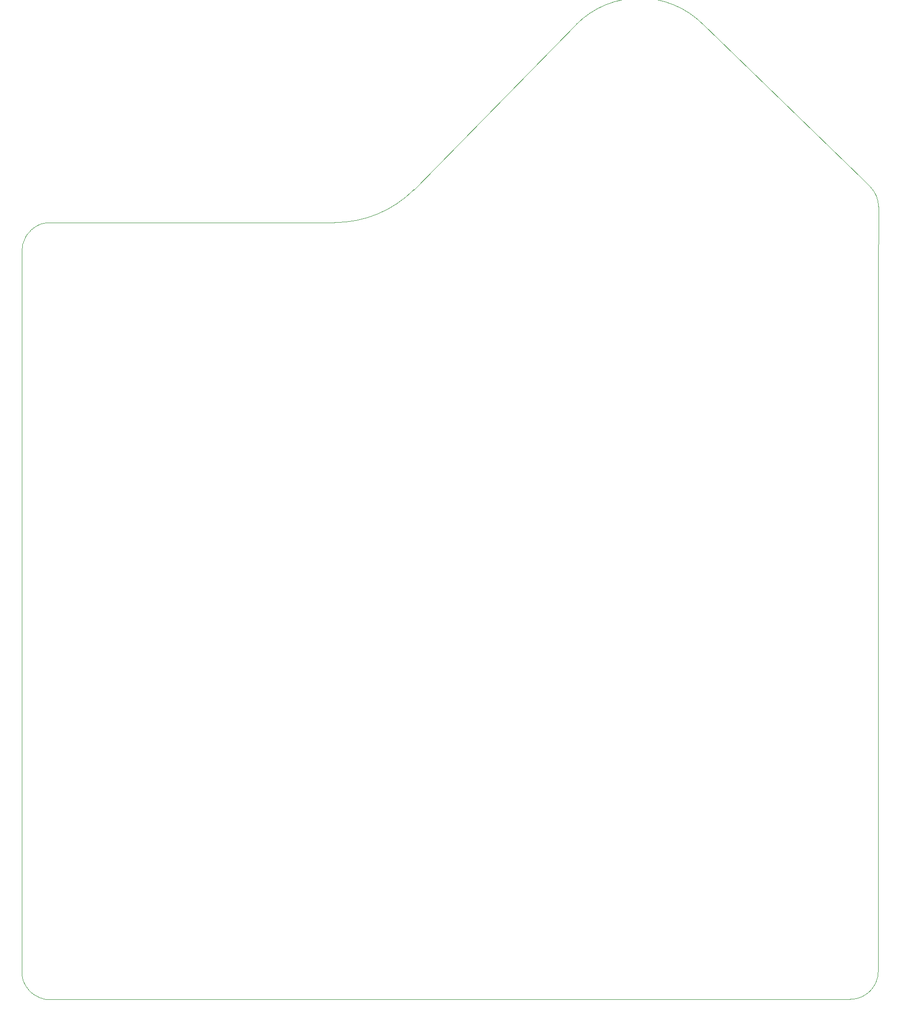
<source format=gm1>
G04 #@! TF.GenerationSoftware,KiCad,Pcbnew,7.0.9-1.fc39*
G04 #@! TF.CreationDate,2024-01-02T19:22:47+02:00*
G04 #@! TF.ProjectId,SplitHsideLeft3,53706c69-7448-4736-9964-654c65667433,rev?*
G04 #@! TF.SameCoordinates,Original*
G04 #@! TF.FileFunction,Profile,NP*
%FSLAX46Y46*%
G04 Gerber Fmt 4.6, Leading zero omitted, Abs format (unit mm)*
G04 Created by KiCad (PCBNEW 7.0.9-1.fc39) date 2024-01-02 19:22:47*
%MOMM*%
%LPD*%
G01*
G04 APERTURE LIST*
G04 #@! TA.AperFunction,Profile*
%ADD10C,0.100000*%
G04 #@! TD*
G04 #@! TA.AperFunction,Profile*
%ADD11C,0.050000*%
G04 #@! TD*
G04 APERTURE END LIST*
D10*
X71020748Y-192683088D02*
X71442281Y-192796038D01*
X71467281Y-54482702D02*
X71045748Y-54595652D01*
X68087812Y-190222063D02*
X68306014Y-190600000D01*
X67928380Y-57452193D02*
X67779121Y-57862279D01*
X69479728Y-191880884D02*
X69837209Y-192131195D01*
X67527356Y-188130411D02*
X67565391Y-188565154D01*
X68112812Y-57056677D02*
X67928380Y-57452193D01*
X67903380Y-189826547D02*
X68087812Y-190222063D01*
X220345000Y-56896000D02*
X220325000Y-59519742D01*
X67754121Y-189416461D02*
X67903380Y-189826547D01*
D11*
X189064684Y-19040834D02*
G75*
G03*
X166437268Y-19040834I-11313708J-11313709D01*
G01*
D10*
X220345000Y-55245000D02*
X220345000Y-53213711D01*
X68861840Y-55986955D02*
X68581325Y-56321259D01*
X67525000Y-187912209D02*
X67527356Y-188130411D01*
X69862209Y-55147545D02*
X69504728Y-55397856D01*
X189064684Y-19040834D02*
X217409298Y-46500000D01*
X67565391Y-188565154D02*
X67641171Y-188994928D01*
X69170424Y-55678371D02*
X68861840Y-55986955D01*
X71872055Y-192871818D02*
X72306798Y-192909853D01*
X70610662Y-192533829D02*
X71020748Y-192683088D01*
X72550000Y-54366531D02*
X72331798Y-54368887D01*
X220345040Y-51546542D02*
G75*
G03*
X218926653Y-48057737I-5000040J-58D01*
G01*
X220325000Y-76110678D02*
X220325000Y-59519742D01*
X215300000Y-192912200D02*
G75*
G03*
X220300000Y-187912209I0J5000000D01*
G01*
X72306798Y-192909853D02*
X72525000Y-192912209D01*
X70240146Y-54929343D02*
X69862209Y-55147545D01*
X72331798Y-54368887D02*
X71897055Y-54406922D01*
X220345000Y-55245000D02*
X220345000Y-56896000D01*
X71442281Y-192796038D02*
X71872055Y-192871818D01*
X123346332Y-54372419D02*
G75*
G03*
X137488466Y-48514556I-82J20000199D01*
G01*
X68836840Y-191291785D02*
X69145424Y-191600369D01*
X71897055Y-54406922D02*
X71467281Y-54482702D01*
X72525000Y-192912209D02*
X195300000Y-192912209D01*
X68331014Y-56678740D02*
X68112812Y-57056677D01*
X67590391Y-58713586D02*
X67552356Y-59148329D01*
X67552356Y-59148329D02*
X67525000Y-187912209D01*
X71045748Y-54595652D02*
X70635662Y-54744911D01*
X68556325Y-190957481D02*
X68836840Y-191291785D01*
X68581325Y-56321259D02*
X68331014Y-56678740D01*
X70635662Y-54744911D02*
X70240146Y-54929343D01*
X70215146Y-192349397D02*
X70610662Y-192533829D01*
X220345000Y-53213711D02*
X220345000Y-51546542D01*
X68306014Y-190600000D02*
X68556325Y-190957481D01*
X69145424Y-191600369D02*
X69479728Y-191880884D01*
X67666171Y-58283812D02*
X67590391Y-58713586D01*
X67779121Y-57862279D02*
X67666171Y-58283812D01*
X220300000Y-187912209D02*
X220325000Y-170100000D01*
X69837209Y-192131195D02*
X70215146Y-192349397D01*
X195300000Y-192912209D02*
X215300000Y-192912209D01*
X166437268Y-19040834D02*
X137488467Y-48514557D01*
X69504728Y-55397856D02*
X69170424Y-55678371D01*
X123346332Y-54372421D02*
X72550000Y-54366531D01*
X67641171Y-188994928D02*
X67754121Y-189416461D01*
X220325000Y-170100000D02*
X220325000Y-76110678D01*
X218926653Y-48057737D02*
X217409298Y-46500000D01*
M02*

</source>
